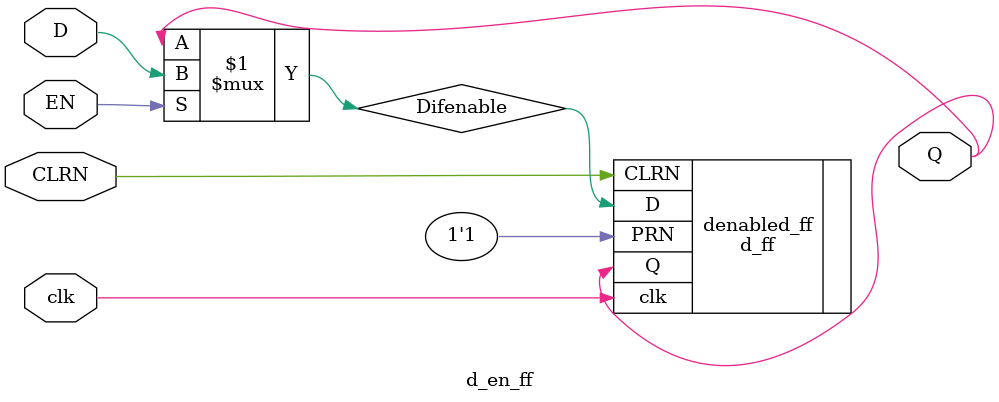
<source format=sv>
module d_en_ff(
  input clk,
  input D,			// D input to be flopped
  input CLRN,		// asynch active low clear (reset)
  input EN,			// enable signal
  output logic Q
);

  ////////////////////////////////////////////////////
  // Declare any needed internal sigals below here //
  //////////////////////////////////////////////////
	logic Difenable;
  
  ///////////////////////////////////////////////////
  // Infer logic needed to feed D input of simple //
  // flop to form an enabled flop (use dataflow) //
  ////////////////////////////////////////////////
	assign Difenable = (EN) ? D : Q;
  
  //////////////////////////////////////////////
  // Instantiate simple d_ff without enable  //
  // and tie PRN inactive.  Connect D input //    
  // to logic you inferred above.          //
  //////////////////////////////////////////
	d_ff denabled_ff(.Q(Q), .PRN(1'b1), .CLRN(CLRN), .D(Difenable), .clk(clk));

endmodule

</source>
